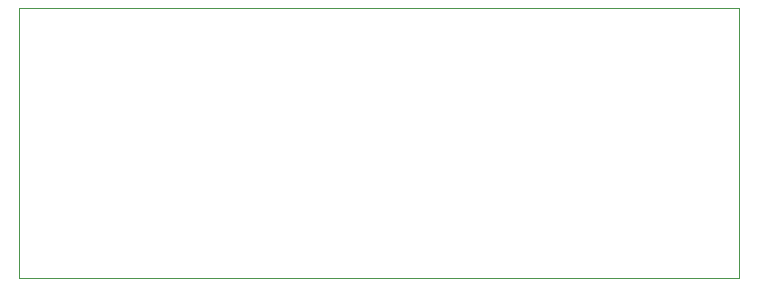
<source format=gbr>
G04 #@! TF.GenerationSoftware,KiCad,Pcbnew,(5.1.6-0-10_14)*
G04 #@! TF.CreationDate,2021-01-24T08:44:23+01:00*
G04 #@! TF.ProjectId,GW,47572e6b-6963-4616-945f-706362585858,rev?*
G04 #@! TF.SameCoordinates,Original*
G04 #@! TF.FileFunction,Profile,NP*
%FSLAX46Y46*%
G04 Gerber Fmt 4.6, Leading zero omitted, Abs format (unit mm)*
G04 Created by KiCad (PCBNEW (5.1.6-0-10_14)) date 2021-01-24 08:44:23*
%MOMM*%
%LPD*%
G01*
G04 APERTURE LIST*
G04 #@! TA.AperFunction,Profile*
%ADD10C,0.100000*%
G04 #@! TD*
G04 APERTURE END LIST*
D10*
X177800000Y-93980000D02*
X116840000Y-93980000D01*
X177800000Y-116840000D02*
X177800000Y-93980000D01*
X116840000Y-116840000D02*
X177800000Y-116840000D01*
X116840000Y-93980000D02*
X116840000Y-116840000D01*
M02*

</source>
